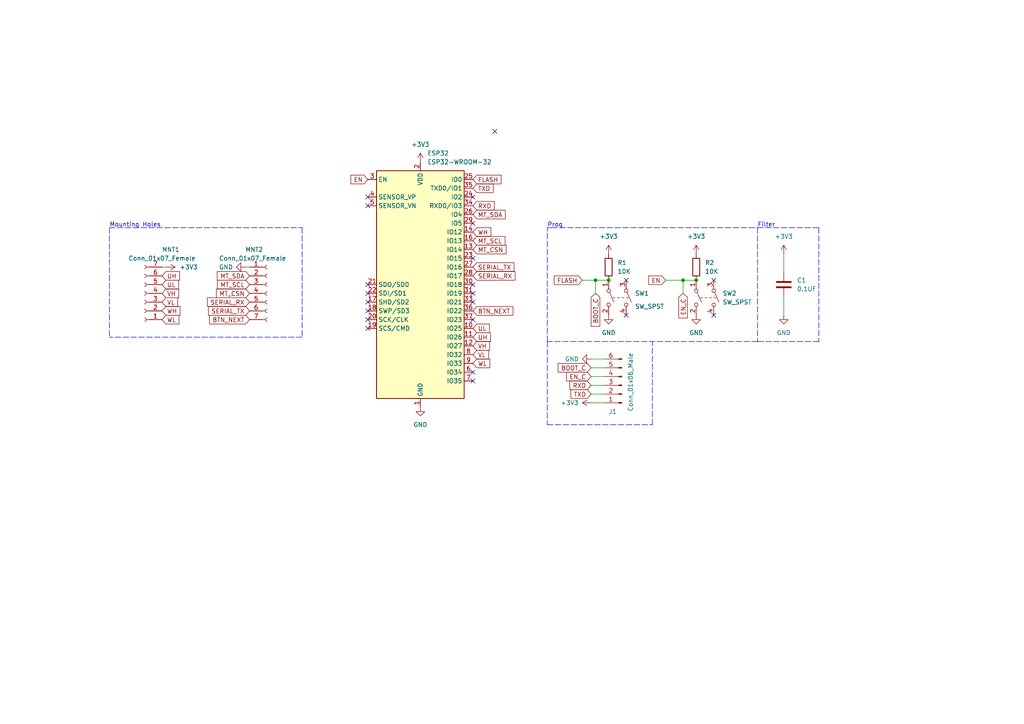
<source format=kicad_sch>
(kicad_sch (version 20211123) (generator eeschema)
  (paper "A4")
  (lib_symbols
    (symbol "Connector:Conn_01x06_Male" (pin_names (offset 1.016) hide)
      (property "Reference" "J" (at 0 7.62 0))
      (property "Value" "Conn_01x06_Male" (at 0 -10.16 0))
      (symbol "Conn_01x06_Male_1_1"
        (polyline (pts (xy 1.27 -7.62) (xy 0.8636 -7.62)) (stroke (width 0.1524)))
        (polyline (pts (xy 1.27 -5.08) (xy 0.8636 -5.08)) (stroke (width 0.1524)))
        (polyline (pts (xy 1.27 -2.54) (xy 0.8636 -2.54)) (stroke (width 0.1524)))
        (polyline (pts (xy 1.27 0) (xy 0.8636 0)) (stroke (width 0.1524)))
        (polyline (pts (xy 1.27 2.54) (xy 0.8636 2.54)) (stroke (width 0.1524)))
        (polyline (pts (xy 1.27 5.08) (xy 0.8636 5.08)) (stroke (width 0.1524)))
        (rectangle (start 0.8636 -7.493) (end 0 -7.747) (stroke (width 0.1524)) (fill (type outline)))
        (rectangle (start 0.8636 -4.953) (end 0 -5.207) (stroke (width 0.1524)) (fill (type outline)))
        (rectangle (start 0.8636 -2.413) (end 0 -2.667) (stroke (width 0.1524)) (fill (type outline)))
        (rectangle (start 0.8636 0.127) (end 0 -0.127) (stroke (width 0.1524)) (fill (type outline)))
        (rectangle (start 0.8636 2.667) (end 0 2.413) (stroke (width 0.1524)) (fill (type outline)))
        (rectangle (start 0.8636 5.207) (end 0 4.953) (stroke (width 0.1524)) (fill (type outline)))
        (pin passive line (at 5.08 5.08 180) (length 3.81) (name "Pin_1") (number "1"))
        (pin passive line (at 5.08 2.54 180) (length 3.81) (name "Pin_2") (number "2"))
        (pin passive line (at 5.08 0 180) (length 3.81) (name "Pin_3") (number "3"))
        (pin passive line (at 5.08 -2.54 180) (length 3.81) (name "Pin_4") (number "4"))
        (pin passive line (at 5.08 -5.08 180) (length 3.81) (name "Pin_5") (number "5"))
        (pin passive line (at 5.08 -7.62 180) (length 3.81) (name "Pin_6") (number "6"))
      )
    )
    (symbol "Connector:Conn_01x07_Female" (pin_names (offset 1.016) hide)
      (property "Reference" "J" (at 0 10.16 0))
      (property "Value" "Conn_01x07_Female" (at 0 -10.16 0))
      (symbol "Conn_01x07_Female_1_1"
        (arc (start 0 -7.112) (mid -0.508 -7.62) (end 0 -8.128) (stroke (width 0.1524)))
        (arc (start 0 -4.572) (mid -0.508 -5.08) (end 0 -5.588) (stroke (width 0.1524)))
        (arc (start 0 -2.032) (mid -0.508 -2.54) (end 0 -3.048) (stroke (width 0.1524)))
        (polyline (pts (xy -1.27 -7.62) (xy -0.508 -7.62)) (stroke (width 0.1524)))
        (polyline (pts (xy -1.27 -5.08) (xy -0.508 -5.08)) (stroke (width 0.1524)))
        (polyline (pts (xy -1.27 -2.54) (xy -0.508 -2.54)) (stroke (width 0.1524)))
        (polyline (pts (xy -1.27 0) (xy -0.508 0)) (stroke (width 0.1524)))
        (polyline (pts (xy -1.27 2.54) (xy -0.508 2.54)) (stroke (width 0.1524)))
        (polyline (pts (xy -1.27 5.08) (xy -0.508 5.08)) (stroke (width 0.1524)))
        (polyline (pts (xy -1.27 7.62) (xy -0.508 7.62)) (stroke (width 0.1524)))
        (arc (start 0 0.508) (mid -0.508 0) (end 0 -0.508) (stroke (width 0.1524)))
        (arc (start 0 3.048) (mid -0.508 2.54) (end 0 2.032) (stroke (width 0.1524)))
        (arc (start 0 5.588) (mid -0.508 5.08) (end 0 4.572) (stroke (width 0.1524)))
        (arc (start 0 8.128) (mid -0.508 7.62) (end 0 7.112) (stroke (width 0.1524)))
        (pin passive line (at -5.08 7.62 0) (length 3.81) (name "Pin_1") (number "1"))
        (pin passive line (at -5.08 5.08 0) (length 3.81) (name "Pin_2") (number "2"))
        (pin passive line (at -5.08 2.54 0) (length 3.81) (name "Pin_3") (number "3"))
        (pin passive line (at -5.08 0 0) (length 3.81) (name "Pin_4") (number "4"))
        (pin passive line (at -5.08 -2.54 0) (length 3.81) (name "Pin_5") (number "5"))
        (pin passive line (at -5.08 -5.08 0) (length 3.81) (name "Pin_6") (number "6"))
        (pin passive line (at -5.08 -7.62 0) (length 3.81) (name "Pin_7") (number "7"))
      )
    )
    (symbol "Device:C" (pin_numbers hide) (pin_names (offset 0.254))
      (property "Reference" "C" (at 0.635 2.54 0))
      (property "Value" "C" (at 0.635 -2.54 0))
      (symbol "C_0_1"
        (polyline (pts (xy -2.032 -0.762) (xy 2.032 -0.762)) (stroke (width 0.508)))
        (polyline (pts (xy -2.032 0.762) (xy 2.032 0.762)) (stroke (width 0.508)))
      )
      (symbol "C_1_1"
        (pin passive line (at 0 3.81 270) (length 2.794) (name "~") (number "1"))
        (pin passive line (at 0 -3.81 90) (length 2.794) (name "~") (number "2"))
      )
    )
    (symbol "Device:R" (pin_numbers hide) (pin_names (offset 0))
      (property "Reference" "R" (at 2.032 0 90))
      (property "Value" "R" (at 0 0 90))
      (symbol "R_0_1"
        (rectangle (start -1.016 -2.54) (end 1.016 2.54) (stroke (width 0.254)))
      )
      (symbol "R_1_1"
        (pin passive line (at 0 3.81 270) (length 1.27) (name "~") (number "1"))
        (pin passive line (at 0 -3.81 90) (length 1.27) (name "~") (number "2"))
      )
    )
    (symbol "RF_Module:ESP32-WROOM-32"
      (property "Reference" "U" (at -12.7 34.29 0))
      (property "Value" "ESP32-WROOM-32" (at 1.27 34.29 0))
      (symbol "ESP32-WROOM-32_0_1"
        (rectangle (start -12.7 33.02) (end 12.7 -33.02) (stroke (width 0.254)) (fill (type background)))
      )
      (symbol "ESP32-WROOM-32_1_1"
        (pin power_in line (at 0 -35.56 90) (length 2.54) (name "GND") (number "1"))
        (pin bidirectional line (at 15.24 -12.7 180) (length 2.54) (name "IO25") (number "10"))
        (pin bidirectional line (at 15.24 -15.24 180) (length 2.54) (name "IO26") (number "11"))
        (pin bidirectional line (at 15.24 -17.78 180) (length 2.54) (name "IO27") (number "12"))
        (pin bidirectional line (at 15.24 10.16 180) (length 2.54) (name "IO14") (number "13"))
        (pin bidirectional line (at 15.24 15.24 180) (length 2.54) (name "IO12") (number "14"))
        (pin passive line (at 0 -35.56 90) (length 2.54) hide (name "GND") (number "15"))
        (pin bidirectional line (at 15.24 12.7 180) (length 2.54) (name "IO13") (number "16"))
        (pin bidirectional line (at -15.24 -5.08 0) (length 2.54) (name "SHD/SD2") (number "17"))
        (pin bidirectional line (at -15.24 -7.62 0) (length 2.54) (name "SWP/SD3") (number "18"))
        (pin bidirectional line (at -15.24 -12.7 0) (length 2.54) (name "SCS/CMD") (number "19"))
        (pin power_in line (at 0 35.56 270) (length 2.54) (name "VDD") (number "2"))
        (pin bidirectional line (at -15.24 -10.16 0) (length 2.54) (name "SCK/CLK") (number "20"))
        (pin bidirectional line (at -15.24 0 0) (length 2.54) (name "SDO/SD0") (number "21"))
        (pin bidirectional line (at -15.24 -2.54 0) (length 2.54) (name "SDI/SD1") (number "22"))
        (pin bidirectional line (at 15.24 7.62 180) (length 2.54) (name "IO15") (number "23"))
        (pin bidirectional line (at 15.24 25.4 180) (length 2.54) (name "IO2") (number "24"))
        (pin bidirectional line (at 15.24 30.48 180) (length 2.54) (name "IO0") (number "25"))
        (pin bidirectional line (at 15.24 20.32 180) (length 2.54) (name "IO4") (number "26"))
        (pin bidirectional line (at 15.24 5.08 180) (length 2.54) (name "IO16") (number "27"))
        (pin bidirectional line (at 15.24 2.54 180) (length 2.54) (name "IO17") (number "28"))
        (pin bidirectional line (at 15.24 17.78 180) (length 2.54) (name "IO5") (number "29"))
        (pin input line (at -15.24 30.48 0) (length 2.54) (name "EN") (number "3"))
        (pin bidirectional line (at 15.24 0 180) (length 2.54) (name "IO18") (number "30"))
        (pin bidirectional line (at 15.24 -2.54 180) (length 2.54) (name "IO19") (number "31"))
        (pin no_connect line (at -12.7 -27.94 0) (length 2.54) hide (name "NC") (number "32"))
        (pin bidirectional line (at 15.24 -5.08 180) (length 2.54) (name "IO21") (number "33"))
        (pin bidirectional line (at 15.24 22.86 180) (length 2.54) (name "RXD0/IO3") (number "34"))
        (pin bidirectional line (at 15.24 27.94 180) (length 2.54) (name "TXD0/IO1") (number "35"))
        (pin bidirectional line (at 15.24 -7.62 180) (length 2.54) (name "IO22") (number "36"))
        (pin bidirectional line (at 15.24 -10.16 180) (length 2.54) (name "IO23") (number "37"))
        (pin passive line (at 0 -35.56 90) (length 2.54) hide (name "GND") (number "38"))
        (pin passive line (at 0 -35.56 90) (length 2.54) hide (name "GND") (number "39"))
        (pin input line (at -15.24 25.4 0) (length 2.54) (name "SENSOR_VP") (number "4"))
        (pin input line (at -15.24 22.86 0) (length 2.54) (name "SENSOR_VN") (number "5"))
        (pin input line (at 15.24 -25.4 180) (length 2.54) (name "IO34") (number "6"))
        (pin input line (at 15.24 -27.94 180) (length 2.54) (name "IO35") (number "7"))
        (pin bidirectional line (at 15.24 -20.32 180) (length 2.54) (name "IO32") (number "8"))
        (pin bidirectional line (at 15.24 -22.86 180) (length 2.54) (name "IO33") (number "9"))
      )
    )
    (symbol "Switch:SW_DPST" (pin_names (offset 0) hide)
      (property "Reference" "SW" (at 0 5.08 0))
      (property "Value" "SW_DPST" (at 0 -5.08 0))
      (symbol "SW_DPST_0_0"
        (circle (center -2.032 -2.54) (radius 0.508))
        (circle (center -2.032 2.54) (radius 0.508))
        (polyline (pts (xy -1.524 -2.286) (xy 1.27 -1.016)))
        (polyline (pts (xy -1.524 2.794) (xy 1.27 4.064)))
        (polyline (pts (xy 0 -1.27) (xy 0 -0.635)))
        (polyline (pts (xy 0 0) (xy 0 0.635)))
        (polyline (pts (xy 0 1.27) (xy 0 1.905)))
        (polyline (pts (xy 0 2.54) (xy 0 3.175)))
        (circle (center 2.032 -2.54) (radius 0.508))
        (circle (center 2.032 2.54) (radius 0.508))
      )
      (symbol "SW_DPST_1_1"
        (pin passive line (at -5.08 -2.54 0) (length 2.54) (name "1") (number "1"))
        (pin passive line (at 5.08 -2.54 180) (length 2.54) (name "2") (number "2"))
        (pin passive line (at -5.08 2.54 0) (length 2.54) (name "3") (number "3"))
        (pin passive line (at 5.08 2.54 180) (length 2.54) (name "4") (number "4"))
      )
    )
    (symbol "power:+3V3" (power) (pin_names (offset 0))
      (property "Value" "+3V3" (at 0 3.556 0))
      (symbol "+3V3_0_1"
        (polyline (pts (xy -0.762 1.27) (xy 0 2.54)))
        (polyline (pts (xy 0 0) (xy 0 2.54)))
        (polyline (pts (xy 0 2.54) (xy 0.762 1.27)))
      )
      (symbol "+3V3_1_1"
        (pin power_in line (at 0 0 90) (length 0) hide (name "+3V3") (number "1"))
      )
    )
    (symbol "power:GND" (power) (pin_names (offset 0))
      (property "Value" "GND" (at 0 -3.81 0))
      (symbol "GND_0_1"
        (polyline (pts (xy 0 0) (xy 0 -1.27) (xy 1.27 -1.27) (xy 0 -2.54) (xy -1.27 -1.27) (xy 0 -1.27)))
      )
      (symbol "GND_1_1"
        (pin power_in line (at 0 0 270) (length 0) hide (name "GND") (number "1"))
      )
    )
  )
  (junction (at 201.93 81.28))
  (junction (at 172.72 81.28))
  (junction (at 198.12 81.28))
  (junction (at 176.53 81.28))
  (no_connect (at 137.16 57.15))
  (no_connect (at 106.68 59.69))
  (no_connect (at 106.68 57.15))
  (no_connect (at 137.16 74.93))
  (no_connect (at 137.16 107.95))
  (no_connect (at 137.16 110.49))
  (no_connect (at 106.68 95.25))
  (no_connect (at 106.68 92.71))
  (no_connect (at 106.68 90.17))
  (no_connect (at 106.68 87.63))
  (no_connect (at 106.68 85.09))
  (no_connect (at 106.68 82.55))
  (no_connect (at 137.16 64.77))
  (no_connect (at 137.16 82.55))
  (no_connect (at 137.16 85.09))
  (no_connect (at 137.16 87.63))
  (no_connect (at 137.16 92.71))
  (no_connect (at 143.51 38.1))
  (no_connect (at 181.61 81.28))
  (no_connect (at 207.01 81.28))
  (no_connect (at 181.61 91.44))
  (no_connect (at 207.01 91.44))
  (wire (pts (xy 198.12 81.28) (xy 198.12 85.09)))
  (wire (pts (xy 171.45 114.3) (xy 175.26 114.3)))
  (polyline (pts (xy 87.63 97.79) (xy 31.75 97.79)))
  (polyline (pts (xy 158.75 99.06) (xy 158.75 123.19)))
  (wire (pts (xy 46.99 77.47) (xy 48.26 77.47)))
  (polyline (pts (xy 158.75 99.06) (xy 158.75 66.04)))
  (polyline (pts (xy 237.49 99.06) (xy 219.71 99.06)))
  (wire (pts (xy 171.45 106.68) (xy 175.26 106.68)))
  (wire (pts (xy 171.45 116.84) (xy 175.26 116.84)))
  (wire (pts (xy 227.33 73.66) (xy 227.33 78.74)))
  (wire (pts (xy 71.12 77.47) (xy 72.39 77.47)))
  (wire (pts (xy 172.72 81.28) (xy 176.53 81.28)))
  (wire (pts (xy 171.45 109.22) (xy 175.26 109.22)))
  (polyline (pts (xy 219.71 66.04) (xy 219.71 99.06)))
  (polyline (pts (xy 158.75 66.04) (xy 160.02 66.04)))
  (polyline (pts (xy 237.49 66.04) (xy 237.49 99.06)))
  (polyline (pts (xy 31.75 66.04) (xy 31.75 97.79)))
  (wire (pts (xy 227.33 91.44) (xy 227.33 86.36)))
  (wire (pts (xy 168.91 81.28) (xy 172.72 81.28)))
  (polyline (pts (xy 87.63 66.04) (xy 87.63 97.79)))
  (polyline (pts (xy 219.71 99.06) (xy 158.75 99.06)))
  (wire (pts (xy 193.04 81.28) (xy 198.12 81.28)))
  (wire (pts (xy 172.72 81.28) (xy 172.72 85.09)))
  (polyline (pts (xy 160.02 66.04) (xy 219.71 66.04)))
  (wire (pts (xy 198.12 81.28) (xy 201.93 81.28)))
  (polyline (pts (xy 158.75 123.19) (xy 189.23 123.19)))
  (polyline (pts (xy 189.23 123.19) (xy 189.23 99.06)))
  (wire (pts (xy 171.45 111.76) (xy 175.26 111.76)))
  (wire (pts (xy 171.45 104.14) (xy 175.26 104.14)))
  (polyline (pts (xy 31.75 66.04) (xy 87.63 66.04)))
  (polyline (pts (xy 219.71 66.04) (xy 237.49 66.04)))
  (text "Mounting Holes" (at 31.75 66.04 0) (effects (font (size 1.27 1.27)) (justify left bottom)))
  (text "Filter" (at 219.71 66.04 0) (effects (font (size 1.27 1.27)) (justify left bottom)))
  (text "Prog" (at 158.75 66.04 0) (effects (font (size 1.27 1.27)) (justify left bottom)))
  (global_label "VL" (shape input) (at 137.16 102.87 0) (property "Intersheet References" "${INTERSHEET_REFS}" (effects hide)))
  (global_label "WH" (shape input) (at 46.99 90.17 0) (property "Intersheet References" "${INTERSHEET_REFS}" (effects hide)))
  (global_label "SERIAL_TX" (shape input) (at 137.16 77.47 0) (property "Intersheet References" "${INTERSHEET_REFS}" (effects hide)))
  (global_label "MT_SDA" (shape input) (at 137.16 62.23 0) (property "Intersheet References" "${INTERSHEET_REFS}" (effects hide)))
  (global_label "EN" (shape input) (at 193.04 81.28 180) (property "Intersheet References" "${INTERSHEET_REFS}" (effects hide)))
  (global_label "EN_C" (shape input) (at 198.12 85.09 270) (property "Intersheet References" "${INTERSHEET_REFS}" (effects hide)))
  (global_label "BOOT_C" (shape input) (at 172.72 85.09 270) (property "Intersheet References" "${INTERSHEET_REFS}" (effects hide)))
  (global_label "EN" (shape input) (at 106.68 52.07 180) (property "Intersheet References" "${INTERSHEET_REFS}" (effects hide)))
  (global_label "VH" (shape input) (at 46.99 85.09 0) (property "Intersheet References" "${INTERSHEET_REFS}" (effects hide)))
  (global_label "EN_C" (shape input) (at 171.45 109.22 180) (property "Intersheet References" "${INTERSHEET_REFS}" (effects hide)))
  (global_label "BTN_NEXT" (shape input) (at 72.39 92.71 180) (property "Intersheet References" "${INTERSHEET_REFS}" (effects hide)))
  (global_label "MT_SDA" (shape input) (at 72.39 80.01 180) (property "Intersheet References" "${INTERSHEET_REFS}" (effects hide)))
  (global_label "VL" (shape input) (at 46.99 87.63 0) (property "Intersheet References" "${INTERSHEET_REFS}" (effects hide)))
  (global_label "WL" (shape input) (at 46.99 92.71 0) (property "Intersheet References" "${INTERSHEET_REFS}" (effects hide)))
  (global_label "SERIAL_TX" (shape input) (at 72.39 90.17 180) (property "Intersheet References" "${INTERSHEET_REFS}" (effects hide)))
  (global_label "UL" (shape input) (at 137.16 95.25 0) (property "Intersheet References" "${INTERSHEET_REFS}" (effects hide)))
  (global_label "TXD" (shape input) (at 137.16 54.61 0) (property "Intersheet References" "${INTERSHEET_REFS}" (effects hide)))
  (global_label "WH" (shape input) (at 137.16 67.31 0) (property "Intersheet References" "${INTERSHEET_REFS}" (effects hide)))
  (global_label "MT_SCL" (shape input) (at 137.16 69.85 0) (property "Intersheet References" "${INTERSHEET_REFS}" (effects hide)))
  (global_label "WL" (shape input) (at 137.16 105.41 0) (property "Intersheet References" "${INTERSHEET_REFS}" (effects hide)))
  (global_label "UH" (shape input) (at 46.99 80.01 0) (property "Intersheet References" "${INTERSHEET_REFS}" (effects hide)))
  (global_label "BOOT_C" (shape input) (at 171.45 106.68 180) (property "Intersheet References" "${INTERSHEET_REFS}" (effects hide)))
  (global_label "RXD" (shape input) (at 171.45 111.76 180) (property "Intersheet References" "${INTERSHEET_REFS}" (effects hide)))
  (global_label "BTN_NEXT" (shape input) (at 137.16 90.17 0) (property "Intersheet References" "${INTERSHEET_REFS}" (effects hide)))
  (global_label "SERIAL_RX" (shape input) (at 137.16 80.01 0) (property "Intersheet References" "${INTERSHEET_REFS}" (effects hide)))
  (global_label "TXD" (shape input) (at 171.45 114.3 180) (property "Intersheet References" "${INTERSHEET_REFS}" (effects hide)))
  (global_label "RXD" (shape input) (at 137.16 59.69 0) (property "Intersheet References" "${INTERSHEET_REFS}" (effects hide)))
  (global_label "MT_CSN" (shape input) (at 72.39 85.09 180) (property "Intersheet References" "${INTERSHEET_REFS}" (effects hide)))
  (global_label "FLASH" (shape input) (at 168.91 81.28 180) (property "Intersheet References" "${INTERSHEET_REFS}" (effects hide)))
  (global_label "VH" (shape input) (at 137.16 100.33 0) (property "Intersheet References" "${INTERSHEET_REFS}" (effects hide)))
  (global_label "FLASH" (shape input) (at 137.16 52.07 0) (property "Intersheet References" "${INTERSHEET_REFS}" (effects hide)))
  (global_label "MT_CSN" (shape input) (at 137.16 72.39 0) (property "Intersheet References" "${INTERSHEET_REFS}" (effects hide)))
  (global_label "SERIAL_RX" (shape input) (at 72.39 87.63 180) (property "Intersheet References" "${INTERSHEET_REFS}" (effects hide)))
  (global_label "UH" (shape input) (at 137.16 97.79 0) (property "Intersheet References" "${INTERSHEET_REFS}" (effects hide)))
  (global_label "MT_SCL" (shape input) (at 72.39 82.55 180) (property "Intersheet References" "${INTERSHEET_REFS}" (effects hide)))
  (global_label "UL" (shape input) (at 46.99 82.55 0) (property "Intersheet References" "${INTERSHEET_REFS}" (effects hide)))
  (symbol (lib_id "power:GND") (at 71.12 77.47 270) (unit 1)
    (property "Reference" "#PWR0106" (effects hide))
    (property "Value" "GND" (at 63.5 77.47 90) (effects (justify left)))
  )
  (symbol (lib_id "Connector:Conn_01x07_Female") (at 77.47 85.09 0) (unit 1)
    (property "Reference" "MNT2" (at 71.12 72.39 0) (effects (justify left)))
    (property "Value" "Conn_01x07_Female" (at 63.5 74.93 0) (effects (justify left)))
    (property "Footprint" "Connector_PinSocket_2.54mm:PinSocket_1x07_P2.54mm_Vertical" (effects hide))
  )
  (symbol (lib_id "Device:C") (at 227.33 82.55 0) (unit 1)
    (property "Reference" "C1" (at 231.14 81.2799 0) (effects (justify left)))
    (property "Value" "0.1UF" (at 231.14 83.8199 0) (effects (justify left)))
    (property "Footprint" "Capacitor_SMD:C_0603_1608Metric_Pad1.08x0.95mm_HandSolder" (effects hide))
  )
  (symbol (lib_id "Switch:SW_DPST") (at 179.07 86.36 270) (unit 1)
    (property "Reference" "SW1" (at 184.15 85.09 90) (effects (justify left)))
    (property "Value" "SW_SPST" (at 184.15 88.9 90) (effects (justify left)))
    (property "Footprint" "PTS525:PTS525SM08SMTR2LFS" (effects hide))
  )
  (symbol (lib_id "power:+3V3") (at 201.93 73.66 0) (unit 1)
    (property "Reference" "#PWR0103" (effects hide))
    (property "Value" "+3V3" (at 201.93 68.58 0))
  )
  (symbol (lib_id "Switch:SW_DPST") (at 204.47 86.36 270) (unit 1)
    (property "Reference" "SW2" (at 209.55 85.09 90) (effects (justify left)))
    (property "Value" "SW_SPST" (at 209.55 87.63 90) (effects (justify left)))
    (property "Footprint" "PTS525:PTS525SM08SMTR2LFS" (effects hide))
  )
  (symbol (lib_id "power:GND") (at 176.53 91.44 0) (unit 1)
    (property "Reference" "#PWR0105" (effects hide))
    (property "Value" "GND" (at 176.53 96.52 0))
  )
  (symbol (lib_id "power:+3V3") (at 227.33 73.66 0) (unit 1)
    (property "Reference" "#PWR0108" (effects hide))
    (property "Value" "+3V3" (at 227.33 68.58 0))
  )
  (symbol (lib_id "power:+3V3") (at 121.92 46.99 0) (unit 1)
    (property "Reference" "#PWR0110" (effects hide))
    (property "Value" "+3V3" (at 121.92 41.91 0))
  )
  (symbol (lib_id "Device:R") (at 201.93 77.47 180) (unit 1)
    (property "Reference" "R2" (at 204.47 76.1999 0) (effects (justify right)))
    (property "Value" "10K" (at 204.47 78.7399 0) (effects (justify right)))
    (property "Footprint" "Resistor_SMD:R_0603_1608Metric_Pad0.98x0.95mm_HandSolder" (effects hide))
  )
  (symbol (lib_id "Connector:Conn_01x06_Male") (at 180.34 111.76 180) (unit 1)
    (property "Reference" "J1" (at 176.53 119.38 0) (effects (justify right)))
    (property "Value" "Conn_01x06_Male" (at 182.88 119.38 90) (effects (justify right)))
    (property "Footprint" "Connector_PinHeader_2.54mm:PinHeader_1x07_P2.54mm_Horizontal" (effects hide))
  )
  (symbol (lib_id "power:+3V3") (at 48.26 77.47 270) (unit 1)
    (property "Reference" "#PWR0109" (effects hide))
    (property "Value" "+3V3" (at 52.07 77.4699 90) (effects (justify left)))
  )
  (symbol (lib_id "power:GND") (at 201.93 91.44 0) (unit 1)
    (property "Reference" "#PWR0101" (effects hide))
    (property "Value" "GND" (at 201.93 96.52 0))
  )
  (symbol (lib_id "power:GND") (at 227.33 91.44 0) (unit 1)
    (property "Reference" "#PWR0107" (effects hide))
    (property "Value" "GND" (at 227.33 96.52 0))
  )
  (symbol (lib_id "RF_Module:ESP32-WROOM-32") (at 121.92 82.55 0) (unit 1)
    (property "Reference" "ESP32" (at 123.9394 44.45 0) (effects (justify left)))
    (property "Value" "ESP32-WROOM-32" (at 123.9394 46.99 0) (effects (justify left)))
    (property "Footprint" "RF_Module:ESP32-WROOM-32" (effects hide))
    (property "Datasheet" "https://www.espressif.com/sites/default/files/documentation/esp32-wroom-32_datasheet_en.pdf" (effects hide))
  )
  (symbol (lib_id "power:+3V3") (at 171.45 116.84 90) (unit 1)
    (property "Reference" "#PWR0112" (effects hide))
    (property "Value" "+3V3" (at 162.56 116.84 90) (effects (justify right)))
  )
  (symbol (lib_id "power:+3V3") (at 176.53 73.66 0) (unit 1)
    (property "Reference" "#PWR0104" (effects hide))
    (property "Value" "+3V3" (at 176.53 68.58 0))
  )
  (symbol (lib_id "power:GND") (at 171.45 104.14 270) (unit 1)
    (property "Reference" "#PWR0111" (effects hide))
    (property "Value" "GND" (at 163.83 104.14 90) (effects (justify left)))
  )
  (symbol (lib_id "Device:R") (at 176.53 77.47 180) (unit 1)
    (property "Reference" "R1" (at 179.07 76.1999 0) (effects (justify right)))
    (property "Value" "10K" (at 179.07 78.7399 0) (effects (justify right)))
    (property "Footprint" "Resistor_SMD:R_0603_1608Metric_Pad0.98x0.95mm_HandSolder" (effects hide))
  )
  (symbol (lib_id "power:GND") (at 121.92 118.11 0) (unit 1)
    (property "Reference" "#PWR0102" (effects hide))
    (property "Value" "GND" (at 121.92 123.19 0))
  )
  (symbol (lib_id "Connector:Conn_01x07_Female") (at 41.91 85.09 180) (unit 1)
    (property "Reference" "MNT1" (at 49.53 72.39 0))
    (property "Value" "Conn_01x07_Female" (at 46.99 74.93 0))
    (property "Footprint" "Connector_PinSocket_2.54mm:PinSocket_1x07_P2.54mm_Vertical" (effects hide))
  )
)
</source>
